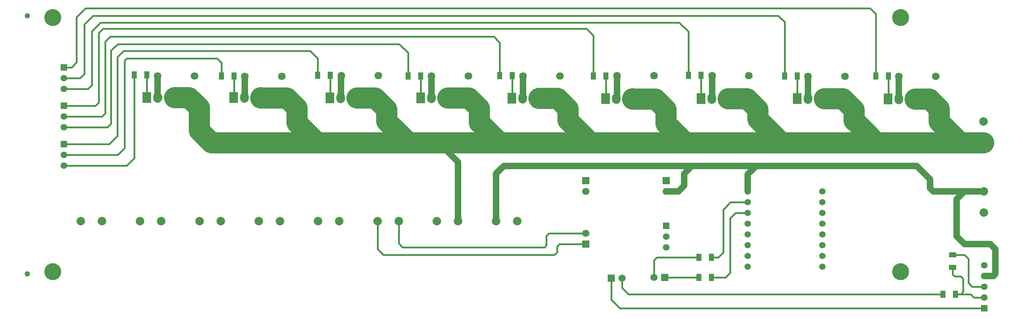
<source format=gbr>
%TF.GenerationSoftware,KiCad,Pcbnew,9.0.4*%
%TF.CreationDate,2025-10-20T22:53:34-05:00*%
%TF.ProjectId,PCB,5043422e-6b69-4636-9164-5f7063625858,rev?*%
%TF.SameCoordinates,Original*%
%TF.FileFunction,Copper,L1,Top*%
%TF.FilePolarity,Positive*%
%FSLAX46Y46*%
G04 Gerber Fmt 4.6, Leading zero omitted, Abs format (unit mm)*
G04 Created by KiCad (PCBNEW 9.0.4) date 2025-10-20 22:53:34*
%MOMM*%
%LPD*%
G01*
G04 APERTURE LIST*
%TA.AperFunction,SMDPad,CuDef*%
%ADD10R,1.210000X1.700000*%
%TD*%
%TA.AperFunction,ComponentPad*%
%ADD11C,1.800000*%
%TD*%
%TA.AperFunction,ComponentPad*%
%ADD12R,2.000000X2.500000*%
%TD*%
%TA.AperFunction,ComponentPad*%
%ADD13O,2.000000X2.500000*%
%TD*%
%TA.AperFunction,ComponentPad*%
%ADD14C,2.000000*%
%TD*%
%TA.AperFunction,ComponentPad*%
%ADD15R,1.700000X1.700000*%
%TD*%
%TA.AperFunction,ComponentPad*%
%ADD16C,1.700000*%
%TD*%
%TA.AperFunction,ComponentPad*%
%ADD17R,1.570000X1.570000*%
%TD*%
%TA.AperFunction,ComponentPad*%
%ADD18C,1.570000*%
%TD*%
%TA.AperFunction,ComponentPad*%
%ADD19C,1.520000*%
%TD*%
%TA.AperFunction,SMDPad,CuDef*%
%ADD20R,1.700000X1.210000*%
%TD*%
%TA.AperFunction,ViaPad*%
%ADD21C,1.300000*%
%TD*%
%TA.AperFunction,ViaPad*%
%ADD22C,4.000000*%
%TD*%
%TA.AperFunction,Conductor*%
%ADD23C,0.400000*%
%TD*%
%TA.AperFunction,Conductor*%
%ADD24C,5.000000*%
%TD*%
%TA.AperFunction,Conductor*%
%ADD25C,1.500000*%
%TD*%
G04 APERTURE END LIST*
D10*
%TO.P,R13,2,2*%
%TO.N,Net-(P10-Pad2)*%
X247142000Y-101092000D03*
%TO.P,R13,1,1*%
%TO.N,Net-(Bluetooth1-Tx)*%
X250102000Y-101092000D03*
%TD*%
D11*
%TO.P,D9,1,C*%
%TO.N,+12V*%
X245476000Y-49682400D03*
%TO.P,D9,2,A*%
%TO.N,Net-(D9-A)*%
X236776000Y-49682400D03*
%TD*%
%TO.P,D8,1,C*%
%TO.N,+12V*%
X224038400Y-49682400D03*
%TO.P,D8,2,A*%
%TO.N,Net-(D8-A)*%
X215338400Y-49682400D03*
%TD*%
%TO.P,D7,1,C*%
%TO.N,+12V*%
X201400400Y-49479200D03*
%TO.P,D7,2,A*%
%TO.N,Net-(D7-A)*%
X192700400Y-49479200D03*
%TD*%
%TO.P,D6,1,C*%
%TO.N,+12V*%
X179010800Y-49479200D03*
%TO.P,D6,2,A*%
%TO.N,Net-(D6-A)*%
X170310800Y-49479200D03*
%TD*%
%TO.P,D5,1,C*%
%TO.N,+12V*%
X156830000Y-49580800D03*
%TO.P,D5,2,A*%
%TO.N,Net-(D5-A)*%
X148130000Y-49580800D03*
%TD*%
%TO.P,D4,1,C*%
%TO.N,+12V*%
X135240000Y-49580800D03*
%TO.P,D4,2,A*%
%TO.N,Net-(D4-A)*%
X126540000Y-49580800D03*
%TD*%
%TO.P,D3,1,C*%
%TO.N,+12V*%
X113986800Y-49479200D03*
%TO.P,D3,2,A*%
%TO.N,Net-(D3-A)*%
X105286800Y-49479200D03*
%TD*%
%TO.P,D2,1,C*%
%TO.N,+12V*%
X91196400Y-49631600D03*
%TO.P,D2,2,A*%
%TO.N,Net-(D2-A)*%
X82496400Y-49631600D03*
%TD*%
%TO.P,D1,1,C*%
%TO.N,+12V*%
X70603600Y-49530000D03*
%TO.P,D1,2,A*%
%TO.N,Net-(D1-A)*%
X61903600Y-49530000D03*
%TD*%
D12*
%TO.P,Q1,1,G*%
%TO.N,Net-(Q1-G)*%
X59414400Y-54610000D03*
D13*
%TO.P,Q1,2,D*%
%TO.N,Net-(D1-A)*%
X61954400Y-54610000D03*
%TO.P,Q1,3,S*%
%TO.N,GND*%
X64494400Y-54610000D03*
%TD*%
D12*
%TO.P,Q9,1,G*%
%TO.N,Net-(Q9-G)*%
X234217200Y-55016400D03*
D13*
%TO.P,Q9,2,D*%
%TO.N,Net-(D9-A)*%
X236757200Y-55016400D03*
%TO.P,Q9,3,S*%
%TO.N,GND*%
X239297200Y-55016400D03*
%TD*%
D12*
%TO.P,Q5,1,G*%
%TO.N,Net-(Q5-G)*%
X145520400Y-54813200D03*
D13*
%TO.P,Q5,2,D*%
%TO.N,Net-(D5-A)*%
X148060400Y-54813200D03*
%TO.P,Q5,3,S*%
%TO.N,GND*%
X150600400Y-54813200D03*
%TD*%
D14*
%TO.P,Fuente,1,1*%
%TO.N,GND*%
X256747000Y-65328800D03*
%TO.P,Fuente,2,2*%
%TO.N,+12V*%
X256747000Y-60328800D03*
%TD*%
D15*
%TO.P,P9,1,1*%
%TO.N,Net-(P9-Pad1)*%
X181508400Y-97180400D03*
D16*
%TO.P,P9,2,2*%
%TO.N,Net-(P9-Pad2)*%
X178968400Y-97180400D03*
%TD*%
D14*
%TO.P,P4,1,1*%
%TO.N,Net-(D7-A)*%
X85789600Y-83820200D03*
%TO.P,P4,2,2*%
%TO.N,Net-(D8-A)*%
X90789600Y-83820200D03*
%TD*%
D17*
%TO.P,P7,1,1*%
%TO.N,Net-(P7-Pad1)*%
X39817600Y-56590400D03*
D18*
%TO.P,P7,2,2*%
%TO.N,Net-(P7-Pad2)*%
X39817600Y-59130400D03*
%TO.P,P7,3,3*%
%TO.N,Net-(P7-Pad3)*%
X39817600Y-61670400D03*
%TD*%
D14*
%TO.P,P3,1,1*%
%TO.N,Net-(D5-A)*%
X71789200Y-83819800D03*
%TO.P,P3,2,2*%
%TO.N,Net-(D6-A)*%
X76789200Y-83819800D03*
%TD*%
D10*
%TO.P,R2,1,1*%
%TO.N,Net-(P6-Pad2)*%
X76977600Y-49530000D03*
%TO.P,R2,2,2*%
%TO.N,Net-(Q2-G)*%
X79937600Y-49530000D03*
%TD*%
D15*
%TO.P,P10,1,1*%
%TO.N,Net-(Bluetooth1-Rx)*%
X168960800Y-97282000D03*
D16*
%TO.P,P10,2,2*%
%TO.N,Net-(P10-Pad2)*%
X171500800Y-97282000D03*
%TD*%
D19*
%TO.P,U1,1,VCC*%
%TO.N,Net-(Bluetooth1-Vcc)*%
X201117200Y-76860400D03*
%TO.P,U1,2,Rx*%
%TO.N,Net-(U1-Rx)*%
X201117200Y-79400400D03*
%TO.P,U1,3,Tx*%
%TO.N,Net-(U1-Tx)*%
X201117200Y-81940400D03*
%TO.P,U1,4,DACR*%
%TO.N,Net-(P12-R)*%
X201117200Y-84480400D03*
%TO.P,U1,5,DACL*%
%TO.N,Net-(P12-L)*%
X201117200Y-87020400D03*
%TO.P,U1,6,SPK2*%
%TO.N,unconnected-(U1-SPK2-Pad6)*%
X201117200Y-89560400D03*
%TO.P,U1,7,GND*%
%TO.N,Net-(Bluetooth1-GND)*%
X201117200Y-92100400D03*
%TO.P,U1,8,SPK1*%
%TO.N,unconnected-(U1-SPK1-Pad8)*%
X201117200Y-94640400D03*
%TD*%
D14*
%TO.P,5V,1,1*%
%TO.N,Net-(Bluetooth1-GND)*%
X256844800Y-81860400D03*
%TO.P,5V,2,2*%
%TO.N,Net-(Bluetooth1-Vcc)*%
X256844800Y-76860400D03*
%TD*%
%TO.P,P1,1,1*%
%TO.N,Net-(D1-A)*%
X43789200Y-83819800D03*
%TO.P,P1,2,2*%
%TO.N,Net-(D2-A)*%
X48789200Y-83819800D03*
%TD*%
D10*
%TO.P,R8,1,1*%
%TO.N,Net-(P8-Pad2)*%
X209819600Y-49530000D03*
%TO.P,R8,2,2*%
%TO.N,Net-(Q8-G)*%
X212779600Y-49530000D03*
%TD*%
D14*
%TO.P,P2,1,1*%
%TO.N,Net-(D3-A)*%
X57788800Y-83820000D03*
%TO.P,P2,2,2*%
%TO.N,Net-(D4-A)*%
X62788800Y-83820000D03*
%TD*%
D12*
%TO.P,Q7,1,G*%
%TO.N,Net-(Q7-G)*%
X190122800Y-54914800D03*
D13*
%TO.P,Q7,2,D*%
%TO.N,Net-(D7-A)*%
X192662800Y-54914800D03*
%TO.P,Q7,3,S*%
%TO.N,GND*%
X195202800Y-54914800D03*
%TD*%
D14*
%TO.P,Add5,1,1*%
%TO.N,Net-(Bluetooth1-Vcc)*%
X141790600Y-83819600D03*
%TO.P,Add5,2,2*%
%TO.N,Net-(Bluetooth1-GND)*%
X146790600Y-83819600D03*
%TD*%
D10*
%TO.P,R3,1,1*%
%TO.N,Net-(P6-Pad1)*%
X99698800Y-49428400D03*
%TO.P,R3,2,2*%
%TO.N,Net-(Q3-G)*%
X102658800Y-49428400D03*
%TD*%
%TO.P,R10,1,1*%
%TO.N,Net-(P9-Pad2)*%
X189622800Y-92405200D03*
%TO.P,R10,2,2*%
%TO.N,Net-(U1-Rx)*%
X192582800Y-92405200D03*
%TD*%
D19*
%TO.P,U2,1*%
%TO.N,N/C*%
X218757400Y-94640200D03*
%TO.P,U2,2*%
X218757400Y-92100200D03*
%TO.P,U2,3*%
X218757400Y-89560200D03*
%TO.P,U2,4*%
X218757400Y-87020200D03*
%TO.P,U2,5*%
X218757400Y-84480200D03*
%TO.P,U2,6*%
X218757400Y-81940200D03*
%TO.P,U2,7*%
X218757400Y-79400200D03*
%TO.P,U2,8*%
X218757400Y-76860200D03*
%TD*%
D10*
%TO.P,R9,1,1*%
%TO.N,Net-(P8-Pad1)*%
X231308000Y-49530000D03*
%TO.P,R9,2,2*%
%TO.N,Net-(Q9-G)*%
X234268000Y-49530000D03*
%TD*%
D15*
%TO.P,R14,1,+*%
%TO.N,unconnected-(R14-+-Pad1)*%
X162916000Y-74306600D03*
D16*
%TO.P,R14,2,-*%
%TO.N,unconnected-(R14---Pad2)*%
X162916000Y-76846600D03*
%TD*%
D17*
%TO.P,P12,1,R*%
%TO.N,Net-(P12-R)*%
X181915400Y-84927000D03*
D18*
%TO.P,P12,2,GND*%
%TO.N,Net-(Bluetooth1-GND)*%
X181915400Y-87467000D03*
%TO.P,P12,3,L*%
%TO.N,Net-(P12-L)*%
X181915400Y-90007000D03*
%TD*%
D15*
%TO.P,P13,1,-*%
%TO.N,Net-(P13--)*%
X162915600Y-89306400D03*
D16*
%TO.P,P13,2,+*%
%TO.N,Net-(P13-+)*%
X162915600Y-86766400D03*
%TD*%
D17*
%TO.P,P6,1,1*%
%TO.N,Net-(P6-Pad1)*%
X39817400Y-65670600D03*
D18*
%TO.P,P6,2,2*%
%TO.N,Net-(P6-Pad2)*%
X39817400Y-68210600D03*
%TO.P,P6,3,3*%
%TO.N,Net-(P6-Pad3)*%
X39817400Y-70750600D03*
%TD*%
D14*
%TO.P,Add12,1,1*%
%TO.N,+12V*%
X127790400Y-83819200D03*
%TO.P,Add12,2,2*%
%TO.N,GND*%
X132790400Y-83819200D03*
%TD*%
D10*
%TO.P,R11,1,1*%
%TO.N,Net-(P9-Pad1)*%
X189622800Y-97180400D03*
%TO.P,R11,2,2*%
%TO.N,Net-(U1-Tx)*%
X192582800Y-97180400D03*
%TD*%
D15*
%TO.P,P11,1,-*%
%TO.N,Net-(Bluetooth1-GND)*%
X181915800Y-74306600D03*
D16*
%TO.P,P11,2,+*%
%TO.N,Net-(Bluetooth1-Vcc)*%
X181915800Y-76846600D03*
%TD*%
D20*
%TO.P,R12,1,1*%
%TO.N,Net-(Bluetooth1-Tx)*%
X249472000Y-94748800D03*
%TO.P,R12,2,2*%
%TO.N,Net-(Bluetooth1-GND)*%
X249472000Y-91788800D03*
%TD*%
D12*
%TO.P,Q4,1,G*%
%TO.N,Net-(Q4-G)*%
X123981200Y-54711600D03*
D13*
%TO.P,Q4,2,D*%
%TO.N,Net-(D4-A)*%
X126521200Y-54711600D03*
%TO.P,Q4,3,S*%
%TO.N,GND*%
X129061200Y-54711600D03*
%TD*%
D10*
%TO.P,R5,1,1*%
%TO.N,Net-(P7-Pad2)*%
X142611200Y-49479200D03*
%TO.P,R5,2,2*%
%TO.N,Net-(Q5-G)*%
X145571200Y-49479200D03*
%TD*%
D12*
%TO.P,Q8,1,G*%
%TO.N,Net-(Q8-G)*%
X212779600Y-54914800D03*
D13*
%TO.P,Q8,2,D*%
%TO.N,Net-(D8-A)*%
X215319600Y-54914800D03*
%TO.P,Q8,3,S*%
%TO.N,GND*%
X217859600Y-54914800D03*
%TD*%
D12*
%TO.P,Q3,1,G*%
%TO.N,Net-(Q3-G)*%
X102594400Y-54711600D03*
D13*
%TO.P,Q3,2,D*%
%TO.N,Net-(D3-A)*%
X105134400Y-54711600D03*
%TO.P,Q3,3,S*%
%TO.N,GND*%
X107674400Y-54711600D03*
%TD*%
D17*
%TO.P,Q10,1,Rx*%
%TO.N,Net-(Bluetooth1-Rx)*%
X256895600Y-104394000D03*
D18*
%TO.P,Q10,2,Tx*%
%TO.N,Net-(Bluetooth1-Tx)*%
X256895600Y-101854000D03*
%TO.P,Q10,3,GND*%
%TO.N,Net-(Bluetooth1-GND)*%
X256895600Y-99314000D03*
%TO.P,Q10,4,Vcc*%
%TO.N,Net-(Bluetooth1-Vcc)*%
X256895600Y-96774000D03*
%TO.P,Q10,5,Key*%
%TO.N,unconnected-(Bluetooth1-Key-Pad5)*%
X256895600Y-94234000D03*
%TD*%
D10*
%TO.P,R4,1,1*%
%TO.N,Net-(P7-Pad3)*%
X121021200Y-49580800D03*
%TO.P,R4,2,2*%
%TO.N,Net-(Q4-G)*%
X123981200Y-49580800D03*
%TD*%
D14*
%TO.P,P5,1,1*%
%TO.N,Net-(D9-A)*%
X99789800Y-83819800D03*
%TO.P,P5,2,2*%
%TO.N,+12V*%
X104789800Y-83819800D03*
%TD*%
D10*
%TO.P,R1,1,1*%
%TO.N,Net-(P6-Pad3)*%
X56403600Y-49326800D03*
%TO.P,R1,2,2*%
%TO.N,Net-(Q1-G)*%
X59363600Y-49326800D03*
%TD*%
D12*
%TO.P,Q6,1,G*%
%TO.N,Net-(Q6-G)*%
X167618400Y-54864000D03*
D13*
%TO.P,Q6,2,D*%
%TO.N,Net-(D6-A)*%
X170158400Y-54864000D03*
%TO.P,Q6,3,S*%
%TO.N,GND*%
X172698400Y-54864000D03*
%TD*%
D10*
%TO.P,R6,1,1*%
%TO.N,Net-(P7-Pad1)*%
X164722800Y-49530000D03*
%TO.P,R6,2,2*%
%TO.N,Net-(Q6-G)*%
X167682800Y-49530000D03*
%TD*%
D14*
%TO.P,Speaker,1,1*%
%TO.N,Net-(P13--)*%
X113790000Y-83819400D03*
%TO.P,Speaker,2,2*%
%TO.N,Net-(P13-+)*%
X118790000Y-83819400D03*
%TD*%
D10*
%TO.P,R7,1,1*%
%TO.N,Net-(P8-Pad3)*%
X187125600Y-49428400D03*
%TO.P,R7,2,2*%
%TO.N,Net-(Q7-G)*%
X190085600Y-49428400D03*
%TD*%
D12*
%TO.P,Q2,1,G*%
%TO.N,Net-(Q2-G)*%
X79886800Y-54660800D03*
D13*
%TO.P,Q2,2,D*%
%TO.N,Net-(D2-A)*%
X82426800Y-54660800D03*
%TO.P,Q2,3,S*%
%TO.N,GND*%
X84966800Y-54660800D03*
%TD*%
D17*
%TO.P,P8,1,1*%
%TO.N,Net-(P8-Pad1)*%
X39817400Y-47510400D03*
D18*
%TO.P,P8,2,2*%
%TO.N,Net-(P8-Pad2)*%
X39817400Y-50050400D03*
%TO.P,P8,3,3*%
%TO.N,Net-(P8-Pad3)*%
X39817400Y-52590400D03*
%TD*%
D21*
%TO.N,*%
X31140400Y-35356800D03*
X31140800Y-96316800D03*
D22*
X237185800Y-35785000D03*
X37185600Y-35784600D03*
X37185300Y-95784600D03*
X237185300Y-95784600D03*
%TD*%
D23*
%TO.N,Net-(Bluetooth1-Tx)*%
X251922000Y-100579200D02*
X251409200Y-101092000D01*
X251922000Y-97490000D02*
X251922000Y-100579200D01*
X251409200Y-101092000D02*
X250102000Y-101092000D01*
X253695200Y-101092000D02*
X251409200Y-101092000D01*
X254457200Y-101854000D02*
X253695200Y-101092000D01*
X256895600Y-101854000D02*
X254457200Y-101854000D01*
%TO.N,Net-(P10-Pad2)*%
X171500800Y-99618800D02*
X171500800Y-97282000D01*
X247142000Y-101092000D02*
X172974000Y-101092000D01*
X172974000Y-101092000D02*
X171500800Y-99618800D01*
D24*
%TO.N,GND*%
X223574600Y-54914800D02*
X219120600Y-54914800D01*
X135284200Y-54711600D02*
X130322200Y-54711600D01*
X243945400Y-55016400D02*
X240558200Y-55016400D01*
X94796600Y-57099200D02*
X92409000Y-54711600D01*
X226216200Y-60096400D02*
X226165400Y-60096400D01*
X203457800Y-59740800D02*
X203457800Y-57404000D01*
X99521000Y-65278000D02*
X94796600Y-60553600D01*
X251260600Y-65328800D02*
X246231400Y-60299600D01*
X121060200Y-65328800D02*
X115929400Y-60198000D01*
X156264600Y-54813200D02*
X151861400Y-54813200D01*
X251362200Y-65328800D02*
X251260600Y-65328800D01*
X251362200Y-65328800D02*
X256747000Y-65328800D01*
X181766200Y-60756800D02*
X181766200Y-57454800D01*
X203457800Y-57404000D02*
X200968600Y-54914800D01*
X137773400Y-57200800D02*
X135284200Y-54711600D01*
X173959400Y-55016400D02*
X173959400Y-54864000D01*
X193323200Y-65328800D02*
X186338200Y-65328800D01*
X92409000Y-54711600D02*
X86227800Y-54711600D01*
X99521000Y-65278000D02*
X99470200Y-65328800D01*
X179327800Y-55016400D02*
X173959400Y-55016400D01*
X186338200Y-65328800D02*
X181766200Y-60756800D01*
X137875000Y-60604400D02*
X137773400Y-60604400D01*
X99571800Y-65328800D02*
X99521000Y-65278000D01*
X113186200Y-54711600D02*
X108935400Y-54711600D01*
X71733400Y-57048400D02*
X69295000Y-54610000D01*
X71733400Y-62433200D02*
X71733400Y-57048400D01*
X74629000Y-65328800D02*
X71733400Y-62433200D01*
X193526400Y-65328800D02*
X209045800Y-65328800D01*
X164037000Y-65328800D02*
X158703000Y-59994800D01*
X164037000Y-65328800D02*
X142599400Y-65328800D01*
X142599400Y-65328800D02*
X128219200Y-65328800D01*
D25*
X132790400Y-83819200D02*
X132790400Y-69900000D01*
D24*
X158703000Y-59994800D02*
X158703000Y-57251600D01*
X86227800Y-54711600D02*
X86227800Y-54660800D01*
X142599400Y-65328800D02*
X137875000Y-60604400D01*
X115929400Y-57454800D02*
X113186200Y-54711600D01*
X231448600Y-65328800D02*
X226216200Y-60096400D01*
X115929400Y-60198000D02*
X115929400Y-57454800D01*
X200968600Y-54914800D02*
X196463800Y-54914800D01*
X128219200Y-65328800D02*
X120145800Y-65328800D01*
X209045800Y-65328800D02*
X231448600Y-65328800D01*
X226165400Y-57505600D02*
X223574600Y-54914800D01*
X231448600Y-65328800D02*
X251362200Y-65328800D01*
X158703000Y-57251600D02*
X156264600Y-54813200D01*
D25*
X132790400Y-69900000D02*
X128219200Y-65328800D01*
D24*
X226165400Y-60096400D02*
X226165400Y-57505600D01*
X186338200Y-65328800D02*
X164037000Y-65328800D01*
X246231400Y-60299600D02*
X246231400Y-57302400D01*
X120145800Y-65328800D02*
X99571800Y-65328800D01*
X209045800Y-65328800D02*
X203457800Y-59740800D01*
X181766200Y-57454800D02*
X179327800Y-55016400D01*
X69295000Y-54610000D02*
X65879800Y-54610000D01*
D25*
X195202800Y-54914800D02*
X195152000Y-54965600D01*
D24*
X246231400Y-57302400D02*
X243945400Y-55016400D01*
X94796600Y-60553600D02*
X94796600Y-57099200D01*
X137773400Y-60604400D02*
X137773400Y-57200800D01*
X99470200Y-65328800D02*
X74629000Y-65328800D01*
D25*
%TO.N,Net-(Bluetooth1-Vcc)*%
X258318000Y-89255600D02*
X252222000Y-89255600D01*
X186080400Y-72644000D02*
X186080400Y-75488800D01*
X187807600Y-70815200D02*
X187858400Y-70866000D01*
X252222000Y-89255600D02*
X250393200Y-87426800D01*
X259537200Y-96316800D02*
X259537200Y-90474800D01*
X252222000Y-76860400D02*
X256844800Y-76860400D01*
X250393200Y-78689200D02*
X252222000Y-76860400D01*
X250393200Y-87426800D02*
X250393200Y-78689200D01*
X186080400Y-75488800D02*
X184722600Y-76846600D01*
X141790600Y-83819600D02*
X141790600Y-72636200D01*
X141790600Y-72636200D02*
X143611600Y-70815200D01*
X244144800Y-73964800D02*
X240995200Y-70815200D01*
X252222000Y-76860400D02*
X244906800Y-76860400D01*
X201117200Y-72796400D02*
X201117200Y-76860400D01*
X203098400Y-70815200D02*
X201117200Y-72796400D01*
X143611600Y-70815200D02*
X187807600Y-70815200D01*
X244144800Y-76098400D02*
X244144800Y-73964800D01*
X184722600Y-76846600D02*
X181915800Y-76846600D01*
X259537200Y-90474800D02*
X258318000Y-89255600D01*
X259080000Y-96774000D02*
X259537200Y-96316800D01*
X256895600Y-96774000D02*
X259080000Y-96774000D01*
X187909200Y-70815200D02*
X186080400Y-72644000D01*
X244906800Y-76860400D02*
X244144800Y-76098400D01*
X240995200Y-70815200D02*
X187909200Y-70815200D01*
D23*
%TO.N,Net-(Bluetooth1-Tx)*%
X249936000Y-96926400D02*
X251358400Y-96926400D01*
X257251200Y-101955600D02*
X257302000Y-101904800D01*
X249472000Y-94748800D02*
X249472000Y-96462400D01*
X251358400Y-96926400D02*
X251922000Y-97490000D01*
X249472000Y-96462400D02*
X249936000Y-96926400D01*
%TO.N,Net-(Bluetooth1-Rx)*%
X168960800Y-97282000D02*
X168960800Y-102412800D01*
X168960800Y-102412800D02*
X170942000Y-104394000D01*
X170942000Y-104394000D02*
X256895600Y-104394000D01*
D25*
%TO.N,Net-(D1-A)*%
X62328800Y-54650800D02*
X62297600Y-54682000D01*
X61903600Y-54559200D02*
X61954400Y-54610000D01*
X61903600Y-49530000D02*
X61903600Y-54559200D01*
D23*
%TO.N,Net-(Bluetooth1-GND)*%
X254037200Y-99314000D02*
X256895600Y-99314000D01*
X249472000Y-91788800D02*
X252266000Y-91788800D01*
X252266000Y-91788800D02*
X253187200Y-92710000D01*
X253187200Y-92710000D02*
X253187200Y-98464000D01*
X253187200Y-98464000D02*
X254037200Y-99314000D01*
%TO.N,Net-(U1-Tx)*%
X196951600Y-96062800D02*
X196951600Y-83210400D01*
X198221600Y-81940400D02*
X201117200Y-81940400D01*
X192582800Y-97180400D02*
X195834000Y-97180400D01*
X196951600Y-83210400D02*
X198221600Y-81940400D01*
X195834000Y-97180400D02*
X196951600Y-96062800D01*
D25*
%TO.N,Net-(Q1-G)*%
X59363600Y-54559200D02*
X59414400Y-54610000D01*
D23*
X59363600Y-49326800D02*
X59363600Y-54559200D01*
X59719200Y-54643600D02*
X59757600Y-54682000D01*
D25*
%TO.N,Net-(Q2-G)*%
X79937600Y-54610000D02*
X79886800Y-54660800D01*
D23*
X79937600Y-49530000D02*
X79937600Y-54610000D01*
%TO.N,Net-(Q3-G)*%
X102658800Y-49428400D02*
X102658800Y-54647200D01*
X102658800Y-54647200D02*
X102594400Y-54711600D01*
%TO.N,Net-(Q4-G)*%
X123981200Y-49580800D02*
X123981200Y-54711600D01*
%TO.N,Net-(Q5-G)*%
X145571200Y-49479200D02*
X145571200Y-54762400D01*
X145571200Y-54762400D02*
X145520400Y-54813200D01*
%TO.N,Net-(Q6-G)*%
X167682800Y-54799600D02*
X167618400Y-54864000D01*
X167682800Y-49530000D02*
X167682800Y-54799600D01*
%TO.N,Net-(Q7-G)*%
X190085600Y-49428400D02*
X190122800Y-49465600D01*
X190122800Y-49465600D02*
X190122800Y-54864000D01*
X190122800Y-54864000D02*
X190072000Y-54914800D01*
%TO.N,Net-(Q8-G)*%
X212779600Y-49530000D02*
X212779600Y-54914800D01*
%TO.N,Net-(Q9-G)*%
X234268000Y-54965600D02*
X234217200Y-55016400D01*
X234268000Y-49530000D02*
X234268000Y-54965600D01*
%TO.N,Net-(U1-Rx)*%
X194157600Y-92405200D02*
X195326000Y-91236800D01*
X195326000Y-81127600D02*
X197053200Y-79400400D01*
X197053200Y-79400400D02*
X201117200Y-79400400D01*
X195326000Y-91236800D02*
X195326000Y-81127600D01*
X192582800Y-92405200D02*
X194157600Y-92405200D01*
%TO.N,Net-(P9-Pad1)*%
X189622800Y-97180400D02*
X181508400Y-97180400D01*
%TO.N,Net-(P6-Pad2)*%
X39817400Y-68210600D02*
X52494000Y-68210600D01*
X75949800Y-45415200D02*
X76977600Y-46443000D01*
X76977600Y-46443000D02*
X76977600Y-49530000D01*
X54664600Y-45415200D02*
X75949800Y-45415200D01*
X52494000Y-68210600D02*
X54156600Y-66548000D01*
X54156600Y-45923200D02*
X54664600Y-45415200D01*
X54156600Y-66548000D02*
X54156600Y-45923200D01*
%TO.N,Net-(P6-Pad1)*%
X52429400Y-63703200D02*
X52429400Y-45110400D01*
X50462000Y-65670600D02*
X52429400Y-63703200D01*
X99698800Y-45440600D02*
X99698800Y-49428400D01*
X53902600Y-43637200D02*
X97895400Y-43637200D01*
X52429400Y-45110400D02*
X53902600Y-43637200D01*
X97895400Y-43637200D02*
X99698800Y-45440600D01*
X39817400Y-65670600D02*
X50462000Y-65670600D01*
%TO.N,Net-(P6-Pad3)*%
X39817400Y-70750600D02*
X54627600Y-70750600D01*
X54627600Y-70750600D02*
X56403600Y-68974600D01*
X56403600Y-68974600D02*
X56403600Y-49326800D01*
%TO.N,Net-(P7-Pad1)*%
X163068000Y-38354000D02*
X164722800Y-40008800D01*
X48009800Y-55829200D02*
X48009800Y-39370000D01*
X39817600Y-56590400D02*
X47248600Y-56590400D01*
X164722800Y-40008800D02*
X164722800Y-49530000D01*
X48009800Y-39370000D02*
X49025800Y-38354000D01*
X49025800Y-38354000D02*
X163068000Y-38354000D01*
X47248600Y-56590400D02*
X48009800Y-55829200D01*
%TO.N,Net-(P7-Pad2)*%
X48772600Y-59130400D02*
X39817600Y-59130400D01*
X50702200Y-40284400D02*
X49533800Y-41452800D01*
X142611200Y-49479200D02*
X142611200Y-41667800D01*
X141227800Y-40284400D02*
X50702200Y-40284400D01*
X142611200Y-41667800D02*
X141227800Y-40284400D01*
X49533800Y-58369200D02*
X48772600Y-59130400D01*
X49533800Y-41452800D02*
X49533800Y-58369200D01*
%TO.N,Net-(P7-Pad3)*%
X121021200Y-44106200D02*
X121021200Y-49580800D01*
X50905400Y-43586400D02*
X52480200Y-42011600D01*
X39817600Y-61670400D02*
X50042600Y-61670400D01*
X52480200Y-42011600D02*
X118926600Y-42011600D01*
X50042600Y-61670400D02*
X50905400Y-60807600D01*
X118926600Y-42011600D02*
X121021200Y-44106200D01*
X50905400Y-60807600D02*
X50905400Y-43586400D01*
%TO.N,Net-(P8-Pad2)*%
X209819600Y-36791000D02*
X209819600Y-49530000D01*
X44657000Y-49022000D02*
X44657000Y-37343144D01*
X43628600Y-50050400D02*
X44657000Y-49022000D01*
X46694144Y-35306000D02*
X208334600Y-35306000D01*
X208334600Y-35306000D02*
X209819600Y-36791000D01*
X44657000Y-37343144D02*
X46694144Y-35306000D01*
X39817400Y-50050400D02*
X43628600Y-50050400D01*
%TO.N,Net-(P8-Pad1)*%
X229975400Y-33578800D02*
X231308000Y-34911400D01*
X42819269Y-46338531D02*
X42819269Y-35670531D01*
X41647400Y-47510400D02*
X42819269Y-46338531D01*
X39817400Y-47510400D02*
X41647400Y-47510400D01*
X42819269Y-35670531D02*
X44911000Y-33578800D01*
X44911000Y-33578800D02*
X229975400Y-33578800D01*
X231308000Y-34911400D02*
X231308000Y-49530000D01*
%TO.N,Net-(P8-Pad3)*%
X45457400Y-52590400D02*
X39817400Y-52590400D01*
X187125600Y-49428400D02*
X187125600Y-39090600D01*
X46384200Y-51663600D02*
X45457400Y-52590400D01*
X46384200Y-39014400D02*
X46384200Y-51663600D01*
X184966600Y-36931600D02*
X48467000Y-36931600D01*
X187125600Y-39090600D02*
X184966600Y-36931600D01*
X48467000Y-36931600D02*
X46384200Y-39014400D01*
%TO.N,Net-(P9-Pad2)*%
X178968400Y-93116400D02*
X179679600Y-92405200D01*
X178968400Y-97180400D02*
X178968400Y-93116400D01*
X179679600Y-92405200D02*
X189622800Y-92405200D01*
D25*
%TO.N,Net-(D2-A)*%
X82496400Y-49631600D02*
X82496400Y-54591200D01*
X82496400Y-54591200D02*
X82426800Y-54660800D01*
%TO.N,Net-(D3-A)*%
X105185200Y-54660800D02*
X105134400Y-54711600D01*
X105286800Y-49479200D02*
X105185200Y-49580800D01*
X105185200Y-49580800D02*
X105185200Y-54660800D01*
%TO.N,Net-(D4-A)*%
X126540000Y-54692800D02*
X126521200Y-54711600D01*
X126540000Y-49580800D02*
X126540000Y-54692800D01*
%TO.N,Net-(D5-A)*%
X148130000Y-54743600D02*
X148060400Y-54813200D01*
X148130000Y-49580800D02*
X148130000Y-54743600D01*
%TO.N,Net-(D6-A)*%
X170310800Y-54711600D02*
X170158400Y-54864000D01*
X170310800Y-49479200D02*
X170310800Y-54711600D01*
%TO.N,Net-(D7-A)*%
X192700400Y-49479200D02*
X192700400Y-54826400D01*
X192700400Y-54826400D02*
X192612000Y-54914800D01*
%TO.N,Net-(D8-A)*%
X215338400Y-54896000D02*
X215319600Y-54914800D01*
X215338400Y-49682400D02*
X215338400Y-54896000D01*
%TO.N,Net-(D9-A)*%
X236776000Y-49682400D02*
X236776000Y-54997600D01*
X236776000Y-54997600D02*
X236757200Y-55016400D01*
D23*
%TO.N,Net-(P13-+)*%
X153162000Y-90017600D02*
X153619200Y-89560400D01*
X119684800Y-90017600D02*
X153162000Y-90017600D01*
X153619200Y-89560400D02*
X153619200Y-87325200D01*
X154178000Y-86766400D02*
X162915600Y-86766400D01*
X118790000Y-83819400D02*
X118790000Y-89122800D01*
X153619200Y-87325200D02*
X154178000Y-86766400D01*
X118790000Y-89122800D02*
X119684800Y-90017600D01*
%TO.N,Net-(P13--)*%
X115163600Y-91846400D02*
X155498800Y-91846400D01*
X156108400Y-89865200D02*
X156667200Y-89306400D01*
X113790000Y-90472800D02*
X115163600Y-91846400D01*
X162726200Y-89495800D02*
X162915600Y-89306400D01*
X113790000Y-83819400D02*
X113790000Y-90472800D01*
X156667200Y-89306400D02*
X162915600Y-89306400D01*
X156108400Y-91236800D02*
X156108400Y-89865200D01*
X155498800Y-91846400D02*
X156108400Y-91236800D01*
%TD*%
M02*

</source>
